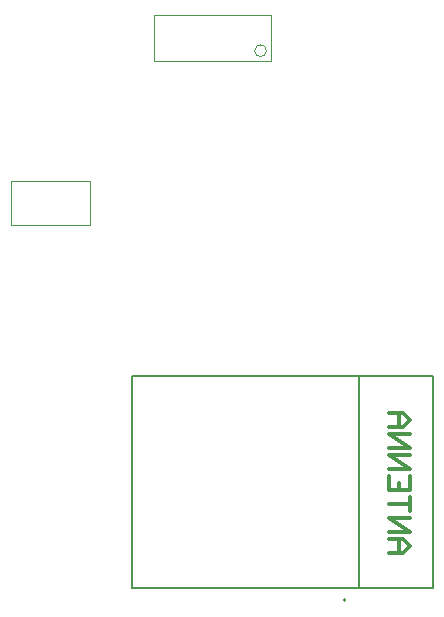
<source format=gbr>
%TF.GenerationSoftware,Altium Limited,Altium Designer,25.7.1 (20)*%
G04 Layer_Color=16711935*
%FSLAX45Y45*%
%MOMM*%
%TF.SameCoordinates,6DC23F8A-9C4A-45C2-95F2-439E2FAEE1B8*%
%TF.FilePolarity,Positive*%
%TF.FileFunction,Other,Mechanical_13*%
%TF.Part,Single*%
G01*
G75*
%TA.AperFunction,NonConductor*%
%ADD46C,0.20000*%
%ADD47C,0.12700*%
%ADD53C,0.10000*%
%ADD85C,0.37018*%
D46*
X17662000Y5503300D02*
G03*
X17662000Y5503300I-10000J0D01*
G01*
D47*
X17771999Y5603301D02*
Y7403302D01*
Y5603301D02*
X18402000D01*
X15851997D02*
X17771999D01*
X15851997D02*
Y7403302D01*
X17771999D01*
X18402000D01*
Y5603301D02*
Y7403302D01*
D53*
X16990401Y10153300D02*
G03*
X16990401Y10153300I-50000J0D01*
G01*
X14828799Y8679602D02*
Y9049598D01*
X15498801Y8679602D02*
Y9049598D01*
X14828799D02*
X15498801D01*
X14828799Y8679602D02*
X15498801D01*
X16040401Y10063302D02*
Y10453299D01*
X17030400Y10063302D02*
Y10453299D01*
X16040401D02*
X17030400D01*
X16040401Y10063302D02*
X17030400D01*
D85*
X18027000Y5903300D02*
X18145496D01*
X18204742Y5962547D01*
X18145496Y6021795D01*
X18027000D01*
X18115871D01*
Y5903300D01*
X18027000Y6081042D02*
X18204742D01*
X18027000Y6199538D01*
X18204742D01*
Y6258785D02*
Y6377280D01*
Y6318033D01*
X18027000D01*
X18204742Y6555023D02*
Y6436528D01*
X18027000D01*
Y6555023D01*
X18115871Y6436528D02*
Y6495775D01*
X18027000Y6614270D02*
X18204742D01*
X18027000Y6732765D01*
X18204742D01*
X18027000Y6792013D02*
X18204742D01*
X18027000Y6910508D01*
X18204742D01*
X18027000Y6969755D02*
X18145496D01*
X18204742Y7029003D01*
X18145496Y7088250D01*
X18027000D01*
X18115871D01*
Y6969755D01*
%TF.MD5,da6dc394b8b4a901962c876b806201be*%
M02*

</source>
